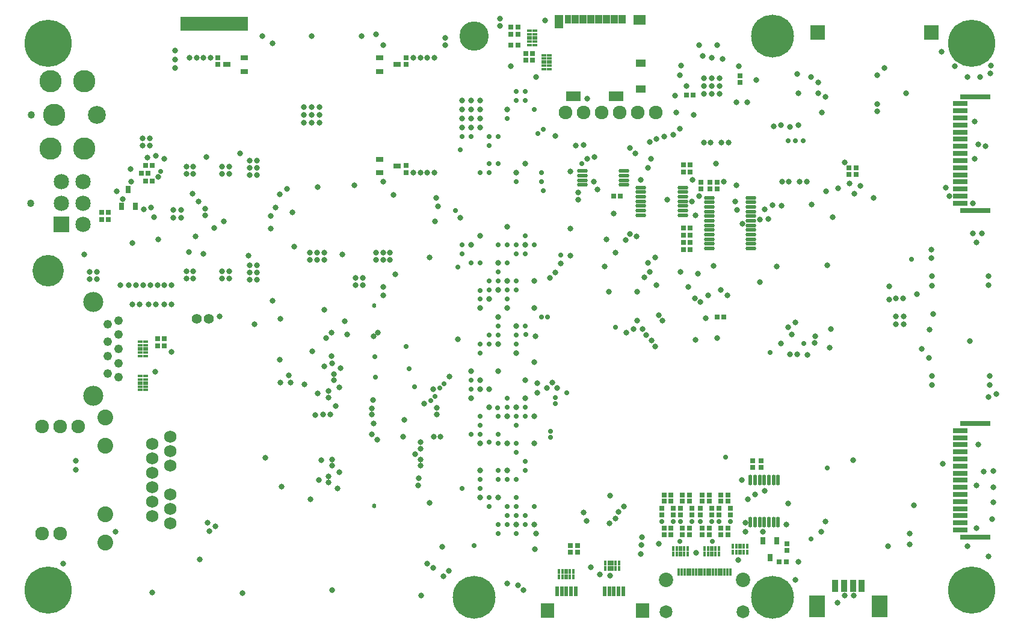
<source format=gbs>
G04 Layer_Color=16711935*
%FSLAX25Y25*%
%MOIN*%
G70*
G01*
G75*
%ADD128R,0.08768X0.12311*%
%ADD129R,0.03650X0.06799*%
%ADD134R,0.03020X0.03020*%
%ADD135R,0.03020X0.03020*%
%ADD136R,0.02862X0.02665*%
%ADD142R,0.02665X0.02862*%
%ADD147O,0.06012X0.02272*%
%ADD160R,0.04437X0.02862*%
%ADD170R,0.02862X0.04437*%
%ADD185C,0.26091*%
%ADD186C,0.23728*%
%ADD187C,0.04043*%
%ADD188C,0.08500*%
%ADD189R,0.08500X0.08500*%
%ADD190C,0.07587*%
%ADD191C,0.08768*%
%ADD192C,0.06799*%
%ADD193C,0.07980*%
%ADD194C,0.07193*%
G04:AMPARAMS|DCode=195|XSize=123.11mil|YSize=123.11mil|CornerRadius=61.55mil|HoleSize=0mil|Usage=FLASHONLY|Rotation=0.000|XOffset=0mil|YOffset=0mil|HoleType=Round|Shape=RoundedRectangle|*
%AMROUNDEDRECTD195*
21,1,0.12311,0.00000,0,0,0.0*
21,1,0.00000,0.12311,0,0,0.0*
1,1,0.12311,0.00000,0.00000*
1,1,0.12311,0.00000,0.00000*
1,1,0.12311,0.00000,0.00000*
1,1,0.12311,0.00000,0.00000*
%
%ADD195ROUNDEDRECTD195*%
%ADD196C,0.09949*%
%ADD197C,0.04831*%
%ADD198C,0.11130*%
%ADD199C,0.02468*%
%ADD200C,0.17429*%
%ADD201C,0.00500*%
%ADD202C,0.03256*%
%ADD203C,0.02862*%
%ADD204C,0.03162*%
%ADD205C,0.05500*%
%ADD206R,0.08374X0.08374*%
%ADD207R,0.07587X0.07980*%
%ADD208R,0.02075X0.05815*%
%ADD209R,0.05224X0.04437*%
%ADD210R,0.07980X0.05815*%
%ADD211R,0.06602X0.05815*%
%ADD212R,0.05106X0.07587*%
%ADD213R,0.03453X0.04831*%
%ADD214R,0.03847X0.04831*%
%ADD215R,0.02665X0.01681*%
%ADD216R,0.02665X0.02075*%
%ADD217R,0.02862X0.04240*%
%ADD218R,0.17035X0.02862*%
%ADD219R,0.08374X0.02862*%
%ADD220O,0.02272X0.06012*%
%ADD221R,0.01681X0.02665*%
%ADD222R,0.02075X0.02665*%
%ADD223R,0.01405X0.04437*%
%ADD224C,0.16248*%
G36*
X-138779Y158465D02*
X-176181D01*
Y166339D01*
X-138779D01*
Y158465D01*
D02*
G37*
D128*
X176476Y-160433D02*
D03*
X211319D02*
D03*
D129*
X201279Y-149016D02*
D03*
X196358D02*
D03*
X191437D02*
D03*
X186516D02*
D03*
D134*
X-188819Y-12000D02*
D03*
X-185197D02*
D03*
X-188811Y-16000D02*
D03*
X-185189D02*
D03*
X104189Y123000D02*
D03*
X107811D02*
D03*
X63976Y66929D02*
D03*
X67598D02*
D03*
X124843Y0D02*
D03*
X121221D02*
D03*
D135*
X112205Y74646D02*
D03*
Y71024D02*
D03*
X127165Y-98583D02*
D03*
Y-102205D02*
D03*
X123228Y-98583D02*
D03*
Y-102205D02*
D03*
X116929Y-98583D02*
D03*
Y-102205D02*
D03*
X112992Y-98583D02*
D03*
Y-102205D02*
D03*
X105905Y-98583D02*
D03*
Y-102205D02*
D03*
X101969Y-98583D02*
D03*
Y-102205D02*
D03*
X95669Y-98583D02*
D03*
Y-102205D02*
D03*
X91732Y-98583D02*
D03*
Y-102205D02*
D03*
X39874Y-130457D02*
D03*
Y-126835D02*
D03*
X44000Y-130457D02*
D03*
Y-126835D02*
D03*
X133858Y133701D02*
D03*
Y130079D02*
D03*
D136*
X194095Y82579D02*
D03*
Y78839D02*
D03*
X-51181Y83760D02*
D03*
Y80020D02*
D03*
X-155512Y139862D02*
D03*
Y143602D02*
D03*
X-51181Y139862D02*
D03*
Y143602D02*
D03*
X102362Y80413D02*
D03*
Y84153D02*
D03*
X106299D02*
D03*
Y80413D02*
D03*
X117126Y74705D02*
D03*
Y70965D02*
D03*
X121063Y74705D02*
D03*
Y70965D02*
D03*
X198031Y82677D02*
D03*
Y78937D02*
D03*
X145669Y-79823D02*
D03*
Y-83563D02*
D03*
X140748Y-79823D02*
D03*
Y-83563D02*
D03*
X122047Y-106004D02*
D03*
Y-109744D02*
D03*
X118110Y-106004D02*
D03*
Y-109744D02*
D03*
X111811Y-106004D02*
D03*
Y-109744D02*
D03*
X128347Y-106004D02*
D03*
Y-109744D02*
D03*
X107087Y-106004D02*
D03*
Y-109744D02*
D03*
X96850Y-106004D02*
D03*
Y-109744D02*
D03*
X100787Y-106004D02*
D03*
Y-109744D02*
D03*
X90551Y-106004D02*
D03*
Y-109744D02*
D03*
X159843Y-125689D02*
D03*
Y-129429D02*
D03*
X112992Y-120768D02*
D03*
Y-117028D02*
D03*
X105905Y-120768D02*
D03*
Y-117028D02*
D03*
X101969Y-120768D02*
D03*
Y-117028D02*
D03*
X95669D02*
D03*
Y-120768D02*
D03*
X91732Y-117028D02*
D03*
Y-120768D02*
D03*
X123228D02*
D03*
Y-117028D02*
D03*
X127165Y-120768D02*
D03*
Y-117028D02*
D03*
X116929Y-120768D02*
D03*
Y-117028D02*
D03*
D142*
X10728Y160433D02*
D03*
X6988D02*
D03*
X10728Y156496D02*
D03*
X6988D02*
D03*
X10728Y150591D02*
D03*
X6988D02*
D03*
X-219870Y58000D02*
D03*
X-216130D02*
D03*
X-219870Y54000D02*
D03*
X-216130D02*
D03*
X-191831Y83858D02*
D03*
X-195571D02*
D03*
X-193996Y79528D02*
D03*
X-197736D02*
D03*
X-195571Y75197D02*
D03*
X-191831D02*
D03*
X106201Y49213D02*
D03*
X102461D02*
D03*
X106201Y45276D02*
D03*
X102461D02*
D03*
X106201Y41339D02*
D03*
X102461D02*
D03*
X106201Y37402D02*
D03*
X102461D02*
D03*
X159350Y-135827D02*
D03*
X155610D02*
D03*
X18799Y146063D02*
D03*
X15059D02*
D03*
X18799Y142126D02*
D03*
X15059D02*
D03*
D147*
X46386Y73161D02*
D03*
Y75721D02*
D03*
Y78280D02*
D03*
Y80839D02*
D03*
X69614Y73161D02*
D03*
Y75721D02*
D03*
Y78280D02*
D03*
Y80839D02*
D03*
X78786Y56323D02*
D03*
Y58882D02*
D03*
Y61441D02*
D03*
Y64000D02*
D03*
Y66559D02*
D03*
Y69118D02*
D03*
Y71677D02*
D03*
X102014Y56323D02*
D03*
Y58882D02*
D03*
Y61441D02*
D03*
Y64000D02*
D03*
Y66559D02*
D03*
Y69118D02*
D03*
Y71677D02*
D03*
X139992Y66075D02*
D03*
Y63516D02*
D03*
Y60957D02*
D03*
Y58398D02*
D03*
Y55839D02*
D03*
Y53280D02*
D03*
Y50721D02*
D03*
Y48161D02*
D03*
Y45602D02*
D03*
Y43043D02*
D03*
Y40484D02*
D03*
Y37925D02*
D03*
X116764Y66075D02*
D03*
Y63516D02*
D03*
Y60957D02*
D03*
Y58398D02*
D03*
Y55839D02*
D03*
Y53280D02*
D03*
Y50721D02*
D03*
Y48161D02*
D03*
Y45602D02*
D03*
Y43043D02*
D03*
Y40484D02*
D03*
Y37925D02*
D03*
D160*
X-56299Y83661D02*
D03*
X-65748Y87402D02*
D03*
Y79921D02*
D03*
X-150394Y139764D02*
D03*
X-140945Y136024D02*
D03*
Y143504D02*
D03*
X-56299Y139764D02*
D03*
X-65748Y143504D02*
D03*
Y136024D02*
D03*
D170*
X146653Y-124016D02*
D03*
X154134D02*
D03*
X150394Y-133465D02*
D03*
D185*
X262205Y151575D02*
D03*
Y-151575D02*
D03*
X-249606Y151575D02*
D03*
Y-151575D02*
D03*
D186*
X-13386Y-155512D02*
D03*
X151969D02*
D03*
Y155512D02*
D03*
D187*
X-259126Y62992D02*
D03*
X-258858Y111811D02*
D03*
D188*
X-230315Y74803D02*
D03*
Y62992D02*
D03*
Y51181D02*
D03*
X-242126Y74803D02*
D03*
Y62992D02*
D03*
D189*
Y51181D02*
D03*
D190*
X-252953Y-120079D02*
D03*
X-242953D02*
D03*
X-252953Y-60879D02*
D03*
X-242953D02*
D03*
X-232953D02*
D03*
X47087Y113189D02*
D03*
X57087D02*
D03*
X67087D02*
D03*
X37087D02*
D03*
X77087D02*
D03*
X87087D02*
D03*
D191*
X-217953Y-109479D02*
D03*
Y-71479D02*
D03*
Y-125079D02*
D03*
Y-55879D02*
D03*
D192*
X-181953Y-66479D02*
D03*
Y-74479D02*
D03*
Y-82479D02*
D03*
Y-98479D02*
D03*
Y-106479D02*
D03*
Y-114479D02*
D03*
X-191953Y-70479D02*
D03*
Y-78479D02*
D03*
Y-86479D02*
D03*
Y-94479D02*
D03*
Y-102479D02*
D03*
Y-110479D02*
D03*
D193*
X135531Y-145669D02*
D03*
X92815D02*
D03*
D194*
X135531Y-163386D02*
D03*
X92815D02*
D03*
D195*
X-229528Y130512D02*
D03*
X-248031D02*
D03*
X-246063Y111811D02*
D03*
X-229528Y93110D02*
D03*
X-248031D02*
D03*
D196*
X-222441Y111811D02*
D03*
D197*
X-210630Y-33465D02*
D03*
Y-25591D02*
D03*
Y-1969D02*
D03*
Y-9843D02*
D03*
Y-17717D02*
D03*
X-216535Y-13780D02*
D03*
Y-21654D02*
D03*
Y-31496D02*
D03*
Y-3937D02*
D03*
D198*
X-224410Y8150D02*
D03*
Y-43583D02*
D03*
D199*
X-68898Y6299D02*
D03*
Y-104724D02*
D03*
D200*
X-249606Y25591D02*
D03*
D201*
X0Y132050D02*
D03*
X12000Y-132050D02*
D03*
D202*
X-63976Y75055D02*
D03*
X183366Y-16929D02*
D03*
X-197146Y99016D02*
D03*
X-193209D02*
D03*
X-197146Y95079D02*
D03*
X-193209D02*
D03*
X-149311Y79331D02*
D03*
X-153248D02*
D03*
X-149311Y83268D02*
D03*
X-153248D02*
D03*
X-172933D02*
D03*
X-168996D02*
D03*
X-172933Y79331D02*
D03*
X-168996D02*
D03*
X-175984Y59252D02*
D03*
Y54921D02*
D03*
X-180315Y59252D02*
D03*
Y54921D02*
D03*
X-168996Y21260D02*
D03*
X-172933D02*
D03*
X-168996Y25197D02*
D03*
X-172933D02*
D03*
X272933Y139370D02*
D03*
X247724Y71457D02*
D03*
X156496Y-14764D02*
D03*
X121063Y150590D02*
D03*
X124016Y142945D02*
D03*
X113189Y144685D02*
D03*
X118110Y143701D02*
D03*
X100394Y133858D02*
D03*
X-10000Y105000D02*
D03*
X113779Y123622D02*
D03*
Y127953D02*
D03*
Y132283D02*
D03*
X118110Y123622D02*
D03*
Y127953D02*
D03*
Y132283D02*
D03*
X122441Y123622D02*
D03*
Y127953D02*
D03*
Y132283D02*
D03*
X-99016Y116142D02*
D03*
Y111811D02*
D03*
Y107480D02*
D03*
X-103347Y116142D02*
D03*
Y111811D02*
D03*
Y107480D02*
D03*
X-107677Y116142D02*
D03*
Y111811D02*
D03*
Y107480D02*
D03*
X-226378Y20965D02*
D03*
Y24902D02*
D03*
X-222441Y20965D02*
D03*
Y24902D02*
D03*
X224606Y197D02*
D03*
Y-4134D02*
D03*
X220276Y197D02*
D03*
Y-4134D02*
D03*
X-153248Y25197D02*
D03*
X-149311D02*
D03*
X-153248Y21260D02*
D03*
X-149311D02*
D03*
X-75295Y21654D02*
D03*
X-79232D02*
D03*
X-75295Y17717D02*
D03*
X-79232D02*
D03*
X-121063Y-23622D02*
D03*
X187992Y-158465D02*
D03*
X196850Y-154527D02*
D03*
X191929Y-154528D02*
D03*
X164370Y-145669D02*
D03*
X166339Y-135827D02*
D03*
X4921Y-147638D02*
D03*
X13780Y-151575D02*
D03*
X10827Y-148622D02*
D03*
X-10000Y45000D02*
D03*
X-116142Y-32480D02*
D03*
X-234252Y-79724D02*
D03*
X-15000Y40000D02*
D03*
X-115157Y-36417D02*
D03*
X-234252Y-84646D02*
D03*
X109449Y-130709D02*
D03*
X-241142Y-136811D02*
D03*
X-161000Y-114000D02*
D03*
X-92520Y-8858D02*
D03*
X-95472Y-11811D02*
D03*
X-86614Y34449D02*
D03*
X-63976Y35433D02*
D03*
X-60039D02*
D03*
X-67913D02*
D03*
X10000Y-115000D02*
D03*
X275984Y-42913D02*
D03*
X-70000Y-54090D02*
D03*
Y-50634D02*
D03*
X-34000Y-50509D02*
D03*
X-92519Y-21654D02*
D03*
X-92000Y-25744D02*
D03*
X-91172Y-31737D02*
D03*
Y-35192D02*
D03*
X-96457Y3937D02*
D03*
X-44291Y-89573D02*
D03*
X-44488Y-93307D02*
D03*
X28450Y21560D02*
D03*
X31496Y24606D02*
D03*
X-21000Y55000D02*
D03*
X-10000Y-70000D02*
D03*
X15000Y-45000D02*
D03*
Y-35000D02*
D03*
X21604Y-36811D02*
D03*
X0Y0D02*
D03*
X5000Y5000D02*
D03*
X266732Y132874D02*
D03*
X259842Y132874D02*
D03*
X252953Y138779D02*
D03*
X265748Y95472D02*
D03*
X250000Y66929D02*
D03*
X262795Y62992D02*
D03*
X239764Y32677D02*
D03*
Y37402D02*
D03*
X234646Y-17717D02*
D03*
X20000Y20000D02*
D03*
X74803Y-6890D02*
D03*
X-30512Y-143701D02*
D03*
X-27559Y-140748D02*
D03*
X88795Y-125879D02*
D03*
X79528Y-121949D02*
D03*
X271654Y-132874D02*
D03*
X132874Y-134843D02*
D03*
X110630Y24016D02*
D03*
X156920Y61584D02*
D03*
X151969Y61811D02*
D03*
X135039Y51575D02*
D03*
X132239Y59360D02*
D03*
X119291Y28346D02*
D03*
X87500Y17500D02*
D03*
X173622Y62205D02*
D03*
X197244Y68110D02*
D03*
X200394Y72441D02*
D03*
X194504Y73867D02*
D03*
X98425Y113189D02*
D03*
X191929Y85630D02*
D03*
X156496Y106299D02*
D03*
X152559Y105629D02*
D03*
X161417Y105315D02*
D03*
X166339Y106288D02*
D03*
X159449Y-115157D02*
D03*
X20079Y-128740D02*
D03*
X20866Y-120079D02*
D03*
X-156693Y-116142D02*
D03*
X-160236Y-118898D02*
D03*
X56299Y-142913D02*
D03*
X61811Y-143307D02*
D03*
X-154331Y394D02*
D03*
X54724Y70472D02*
D03*
X142913Y131102D02*
D03*
X136811Y-113976D02*
D03*
X147638Y-96457D02*
D03*
X136811Y-119095D02*
D03*
X146653Y-119094D02*
D03*
X142224Y-98425D02*
D03*
X138189Y-100984D02*
D03*
X64862Y-111909D02*
D03*
X78740Y-131299D02*
D03*
X79035Y-126476D02*
D03*
X61622Y-114362D02*
D03*
X66535Y-108071D02*
D03*
X69488Y-105217D02*
D03*
X26673Y-39370D02*
D03*
X-10000Y-40000D02*
D03*
X62000Y-99000D02*
D03*
X32480Y-39370D02*
D03*
X29724Y-36319D02*
D03*
X21457Y-42126D02*
D03*
X-5000Y-40000D02*
D03*
X-10000Y-35000D02*
D03*
X-5000Y-50000D02*
D03*
X-27000Y-33000D02*
D03*
X-15000Y-45000D02*
D03*
X-43000Y-78981D02*
D03*
Y-82437D02*
D03*
X-46000Y-76000D02*
D03*
X-100000Y-42520D02*
D03*
X-99606Y-90551D02*
D03*
X-107480Y-37402D02*
D03*
X-10000Y-100000D02*
D03*
X-92000Y-82437D02*
D03*
Y-78981D02*
D03*
X0Y-100000D02*
D03*
X-94000Y-91885D02*
D03*
Y-88429D02*
D03*
X-93000Y-54000D02*
D03*
X-83661Y-9843D02*
D03*
X-57087Y23622D02*
D03*
X-69021Y-10827D02*
D03*
X51181Y-138779D02*
D03*
X47244Y-108268D02*
D03*
X34449Y29528D02*
D03*
X75787Y90551D02*
D03*
X72835Y93504D02*
D03*
X44094Y64961D02*
D03*
X10000Y80000D02*
D03*
X15000Y85000D02*
D03*
X44094Y68898D02*
D03*
X120472Y85039D02*
D03*
X273622Y-112205D02*
D03*
X268898Y-85827D02*
D03*
X274016Y-94488D02*
D03*
Y-102756D02*
D03*
Y-85433D02*
D03*
X175590Y-10630D02*
D03*
X175197Y-14379D02*
D03*
X171260Y-21080D02*
D03*
X165354Y-20669D02*
D03*
X181496Y69685D02*
D03*
X170795Y75039D02*
D03*
X188189Y71260D02*
D03*
X144882Y19291D02*
D03*
X114961Y-787D02*
D03*
X116142Y11811D02*
D03*
X121063Y-11811D02*
D03*
X109252Y-12795D02*
D03*
X166339Y124016D02*
D03*
X-181102Y6890D02*
D03*
X-185039D02*
D03*
X-189961D02*
D03*
X-193898D02*
D03*
X-198819D02*
D03*
X-202756D02*
D03*
X-181102Y17717D02*
D03*
X-185039D02*
D03*
X-188976D02*
D03*
X-192913D02*
D03*
X-196850D02*
D03*
X-200787D02*
D03*
X-204724D02*
D03*
X-209646D02*
D03*
X-179134Y142717D02*
D03*
Y147638D02*
D03*
Y137795D02*
D03*
X-162500Y56299D02*
D03*
X-188500Y43000D02*
D03*
X-196457Y59449D02*
D03*
X-188500Y77500D02*
D03*
X131024Y63976D02*
D03*
X123031Y14764D02*
D03*
X98000Y122500D02*
D03*
X5000Y115000D02*
D03*
X91000Y-2000D02*
D03*
X89000Y1000D02*
D03*
X84942Y-13097D02*
D03*
X82000Y-10000D02*
D03*
X79970Y-6890D02*
D03*
X87000Y-16390D02*
D03*
X70866Y-8858D02*
D03*
X161417Y-20669D02*
D03*
X162402Y-9843D02*
D03*
X160433Y-5906D02*
D03*
X147638Y59449D02*
D03*
X179126Y113240D02*
D03*
X-67913Y31496D02*
D03*
X-63976D02*
D03*
X-60039D02*
D03*
X-69500Y-46000D02*
D03*
X-96457Y-27559D02*
D03*
X-129000Y-78000D02*
D03*
X-120768Y-36319D02*
D03*
X-58000Y67500D02*
D03*
X-34500Y66000D02*
D03*
X-33465Y61311D02*
D03*
X-35000Y53000D02*
D03*
X-15000Y105000D02*
D03*
X-10000Y110000D02*
D03*
Y115000D02*
D03*
Y120000D02*
D03*
X-85000Y-2500D02*
D03*
X-66929Y-8858D02*
D03*
X-70000Y-65000D02*
D03*
X-15000Y-30000D02*
D03*
X-165354Y-134252D02*
D03*
X-120000Y-94000D02*
D03*
X-104000Y-101000D02*
D03*
X-212000Y-119000D02*
D03*
X-38000Y-103000D02*
D03*
X-31000Y-127465D02*
D03*
X-191732Y-152756D02*
D03*
X-141732Y-153150D02*
D03*
X-42913Y-154331D02*
D03*
X-92126Y-151575D02*
D03*
X-5000Y10000D02*
D03*
X-39370Y-136811D02*
D03*
X20000Y-115000D02*
D03*
X-22500Y-12500D02*
D03*
X231890Y12598D02*
D03*
X238583Y-22677D02*
D03*
X216535Y9449D02*
D03*
X220079Y10236D02*
D03*
X224016D02*
D03*
X272047Y-37795D02*
D03*
X216000Y-127000D02*
D03*
X228000Y-126000D02*
D03*
X179000Y-119000D02*
D03*
X228000Y-120000D02*
D03*
X181114Y-113366D02*
D03*
X154331Y27953D02*
D03*
X164370Y-2953D02*
D03*
X216535Y16929D02*
D03*
X263779Y87598D02*
D03*
X214000Y138000D02*
D03*
X226000Y124000D02*
D03*
X210000Y118000D02*
D03*
X209972Y114000D02*
D03*
X132000Y119000D02*
D03*
X113709Y96693D02*
D03*
X15000Y40000D02*
D03*
X117646Y96693D02*
D03*
X138000Y119000D02*
D03*
X123551Y96693D02*
D03*
X84000Y97000D02*
D03*
X87500Y98500D02*
D03*
X100394Y104331D02*
D03*
X10000Y-20000D02*
D03*
Y-5000D02*
D03*
X4921Y19921D02*
D03*
X20000Y5000D02*
D03*
X0Y-15000D02*
D03*
Y15000D02*
D03*
X131890Y72835D02*
D03*
X125000Y74803D02*
D03*
X108793Y10302D02*
D03*
X84646Y87598D02*
D03*
X76772Y-1969D02*
D03*
X126969Y11811D02*
D03*
X105315Y16732D02*
D03*
X149530Y54195D02*
D03*
X145000Y54000D02*
D03*
X20669Y-10827D02*
D03*
X-41000Y-48000D02*
D03*
X-125000Y9000D02*
D03*
X-123574Y60574D02*
D03*
X-133858Y28543D02*
D03*
Y24606D02*
D03*
X-137795D02*
D03*
X-133858Y20669D02*
D03*
X-135000Y-4000D02*
D03*
X-103000Y-19000D02*
D03*
X-113000Y39000D02*
D03*
X-114000Y58000D02*
D03*
X-126000Y49000D02*
D03*
Y56000D02*
D03*
X-152000Y53000D02*
D03*
X-117000Y71000D02*
D03*
X-121000Y68000D02*
D03*
X-137795Y28543D02*
D03*
X-96457Y35433D02*
D03*
X-100394D02*
D03*
Y31496D02*
D03*
X-104331Y35433D02*
D03*
X5000Y-85000D02*
D03*
X-169587Y68110D02*
D03*
X-194488Y88189D02*
D03*
X-229331Y34449D02*
D03*
X-185039Y87598D02*
D03*
X-36013Y-139184D02*
D03*
X-189961Y89370D02*
D03*
X-190945Y55118D02*
D03*
X111771Y8283D02*
D03*
X-192520Y60630D02*
D03*
X-202756Y40945D02*
D03*
X-171653Y35827D02*
D03*
X-103347Y155512D02*
D03*
X-67913Y156496D02*
D03*
X-75787Y155512D02*
D03*
X-130905D02*
D03*
X-63976Y150591D02*
D03*
X-125000Y151575D02*
D03*
X-79724Y72835D02*
D03*
X-100000Y72000D02*
D03*
X-94000Y-44628D02*
D03*
Y-41172D02*
D03*
X-63976Y11811D02*
D03*
Y16732D02*
D03*
X59000Y28000D02*
D03*
X60000Y43000D02*
D03*
X40000Y34000D02*
D03*
Y49000D02*
D03*
X86982Y33018D02*
D03*
X83000Y30000D02*
D03*
X77000Y14000D02*
D03*
X84000Y25000D02*
D03*
X81000Y22000D02*
D03*
X101000Y25000D02*
D03*
X78740Y75787D02*
D03*
X109252Y56102D02*
D03*
X-89000Y-95000D02*
D03*
X-88000Y-86000D02*
D03*
X-90000Y-49500D02*
D03*
X-88000Y-39000D02*
D03*
X-87500Y-28500D02*
D03*
X-36000Y-40000D02*
D03*
X-52000Y-57000D02*
D03*
X20000Y-70000D02*
D03*
X5000Y-55000D02*
D03*
X10000Y-50000D02*
D03*
X-10000Y-85000D02*
D03*
X-47244Y79921D02*
D03*
X-43307D02*
D03*
X-39370D02*
D03*
X108110Y112047D02*
D03*
X104331Y127953D02*
D03*
X-162401Y60040D02*
D03*
X-166142Y63976D02*
D03*
X166858Y75039D02*
D03*
X160953D02*
D03*
X240915Y1742D02*
D03*
X127488Y96693D02*
D03*
X238976Y-7087D02*
D03*
X-96457Y31496D02*
D03*
X-104331D02*
D03*
X-161811Y88583D02*
D03*
X-157480Y49213D02*
D03*
X-167717Y44488D02*
D03*
X-163386Y35039D02*
D03*
X-143307Y90551D02*
D03*
X-138583Y33858D02*
D03*
X-137795Y78740D02*
D03*
Y82677D02*
D03*
Y86614D02*
D03*
X-133858Y78740D02*
D03*
Y82677D02*
D03*
Y86614D02*
D03*
X-137795Y20669D02*
D03*
X-35433Y143701D02*
D03*
X-39370D02*
D03*
X-43307D02*
D03*
X-47244D02*
D03*
X-159449D02*
D03*
X-163386D02*
D03*
X-167323D02*
D03*
X-171260D02*
D03*
X-211417Y69685D02*
D03*
X-208268Y65354D02*
D03*
X-203543Y74803D02*
D03*
X-203921Y81995D02*
D03*
X-10000Y5000D02*
D03*
X20000Y-55000D02*
D03*
Y-25000D02*
D03*
X0Y30000D02*
D03*
Y-30000D02*
D03*
X-20000Y120000D02*
D03*
X-15000D02*
D03*
X-20000Y115000D02*
D03*
X-15000D02*
D03*
X-20000Y110000D02*
D03*
X-15000D02*
D03*
X-20000Y105000D02*
D03*
X-35433Y79921D02*
D03*
X5000Y50000D02*
D03*
X42795Y95000D02*
D03*
X157016Y75039D02*
D03*
X210000Y133768D02*
D03*
X177076Y124016D02*
D03*
X240158Y-32677D02*
D03*
Y-37716D02*
D03*
Y17323D02*
D03*
X272047Y-32677D02*
D03*
X271654Y22559D02*
D03*
X240158Y22441D02*
D03*
X271654Y17717D02*
D03*
X185039Y55118D02*
D03*
X181102Y122047D02*
D03*
X111221Y66929D02*
D03*
X177165Y129921D02*
D03*
X173228Y132874D02*
D03*
X269685Y94488D02*
D03*
X271654Y-44291D02*
D03*
X263779Y108268D02*
D03*
X265748Y-70866D02*
D03*
X264961Y-116929D02*
D03*
X-181000Y-19500D02*
D03*
X-34000Y-54215D02*
D03*
X-98032Y-79528D02*
D03*
X5000Y-70000D02*
D03*
X-35893Y-66361D02*
D03*
X-32187Y-66500D02*
D03*
X-43307Y-73228D02*
D03*
X-43000Y-69522D02*
D03*
X-97000Y-54000D02*
D03*
X-101575Y-54528D02*
D03*
X49000Y-113000D02*
D03*
X182087Y28543D02*
D03*
X184055Y-6890D02*
D03*
X207677Y65945D02*
D03*
X264764Y41339D02*
D03*
X262795Y46260D02*
D03*
X267717D02*
D03*
X261024Y-13386D02*
D03*
X133071Y138976D02*
D03*
X92000Y100000D02*
D03*
X97000Y101000D02*
D03*
X49213Y121063D02*
D03*
X70500Y42500D02*
D03*
X73000Y46000D02*
D03*
X82677Y82677D02*
D03*
X53150Y88583D02*
D03*
X47244Y95256D02*
D03*
X49213Y87598D02*
D03*
X160433Y-103347D02*
D03*
X134843Y-90551D02*
D03*
X93504Y64961D02*
D03*
X111221Y150591D02*
D03*
X31496Y100394D02*
D03*
X39764Y80709D02*
D03*
X53000Y75000D02*
D03*
X63976Y57087D02*
D03*
X107283Y63976D02*
D03*
X76500Y44500D02*
D03*
X-29528Y154528D02*
D03*
Y150591D02*
D03*
X984Y165354D02*
D03*
Y161417D02*
D03*
X6890Y138779D02*
D03*
X107480Y75984D02*
D03*
X259842Y-126969D02*
D03*
X264764Y-93504D02*
D03*
X230315Y-104331D02*
D03*
X-38189Y33071D02*
D03*
X196457Y-79528D02*
D03*
X-67000Y-68000D02*
D03*
X-52756Y-66535D02*
D03*
X-69291Y-59055D02*
D03*
X-120866Y-1181D02*
D03*
X-190157Y-30315D02*
D03*
X25984Y164173D02*
D03*
X101181Y139370D02*
D03*
X165354Y134646D02*
D03*
X246063Y-81496D02*
D03*
X245669Y146850D02*
D03*
X272638Y134843D02*
D03*
X20866Y132972D02*
D03*
D203*
X118504Y-124409D02*
D03*
X64961Y-5906D02*
D03*
X169291Y-14764D02*
D03*
X150591Y-19685D02*
D03*
X10000Y-110000D02*
D03*
X15000Y-115000D02*
D03*
X10000Y15000D02*
D03*
Y20000D02*
D03*
X28732Y-66656D02*
D03*
Y-63344D02*
D03*
X31496Y-44884D02*
D03*
Y-48196D02*
D03*
X5000Y-45000D02*
D03*
X-29998Y-36974D02*
D03*
X5000Y-50000D02*
D03*
X-32340Y-39316D02*
D03*
X-394Y-50394D02*
D03*
X0Y-55000D02*
D03*
X-35079Y-43937D02*
D03*
X-37421Y-46279D02*
D03*
X0Y20000D02*
D03*
Y25000D02*
D03*
X5000Y15000D02*
D03*
Y10000D02*
D03*
X-22Y-119977D02*
D03*
X10000Y-120000D02*
D03*
Y-60000D02*
D03*
Y-55000D02*
D03*
X23778Y0D02*
D03*
X27234D02*
D03*
X-5000Y-69448D02*
D03*
X15000Y-110000D02*
D03*
Y-50000D02*
D03*
Y-55000D02*
D03*
X15110Y-9890D02*
D03*
X15000Y-5000D02*
D03*
X10000Y-15000D02*
D03*
Y-10000D02*
D03*
X228898Y31905D02*
D03*
X125984Y-77756D02*
D03*
X182087Y-83661D02*
D03*
X173228Y-123031D02*
D03*
X-20000Y-95000D02*
D03*
X0Y40000D02*
D03*
X-10000Y30000D02*
D03*
X5000Y110000D02*
D03*
X10000Y75000D02*
D03*
X46063Y85039D02*
D03*
X160433Y97441D02*
D03*
X164370D02*
D03*
X168827Y97638D02*
D03*
X-13386Y-126772D02*
D03*
X100394Y-124409D02*
D03*
X100787Y-113386D02*
D03*
X90551D02*
D03*
X96850D02*
D03*
X107087D02*
D03*
X128347D02*
D03*
X122047D02*
D03*
X-15000Y-40000D02*
D03*
X-10000Y-55000D02*
D03*
Y-65000D02*
D03*
Y-60000D02*
D03*
X-5000Y-105000D02*
D03*
X5000D02*
D03*
Y30000D02*
D03*
X-187008Y80610D02*
D03*
X10000Y120000D02*
D03*
Y-75000D02*
D03*
Y-70000D02*
D03*
X-20000Y35000D02*
D03*
Y40000D02*
D03*
X-23900Y59000D02*
D03*
X-21000Y92500D02*
D03*
X-5000Y100000D02*
D03*
Y95000D02*
D03*
X0Y100000D02*
D03*
X-20000D02*
D03*
X-15000D02*
D03*
X-10000Y80000D02*
D03*
X0Y85000D02*
D03*
X-5000D02*
D03*
Y80000D02*
D03*
X-22500Y27500D02*
D03*
X-15000Y30000D02*
D03*
X-10000Y-20000D02*
D03*
X-10156Y-15000D02*
D03*
X-5000D02*
D03*
X0Y-5000D02*
D03*
X15000Y35000D02*
D03*
Y45000D02*
D03*
X10000Y40000D02*
D03*
X25000Y104000D02*
D03*
X22000Y101516D02*
D03*
X10000Y125000D02*
D03*
X15000Y120000D02*
D03*
X20000Y115000D02*
D03*
X15000Y125000D02*
D03*
X0Y-10000D02*
D03*
X20000Y-105000D02*
D03*
X-5000Y20000D02*
D03*
Y15000D02*
D03*
X-10000Y10000D02*
D03*
Y14672D02*
D03*
X-5000Y-100000D02*
D03*
X-5110Y-10110D02*
D03*
X20000Y40000D02*
D03*
X10000Y35000D02*
D03*
X5000Y40000D02*
D03*
X-10000Y-95000D02*
D03*
X23900Y80000D02*
D03*
Y75000D02*
D03*
X25000Y70000D02*
D03*
X10000Y-100000D02*
D03*
X-10000Y-90000D02*
D03*
X118110Y-113386D02*
D03*
X111811D02*
D03*
X4978Y-114978D02*
D03*
X5000Y-110000D02*
D03*
X0Y-115000D02*
D03*
Y-65000D02*
D03*
Y-70000D02*
D03*
X5000Y-90000D02*
D03*
X10000D02*
D03*
Y-105000D02*
D03*
X15000Y-80000D02*
D03*
Y-85000D02*
D03*
X-15000Y-65000D02*
D03*
Y-35000D02*
D03*
X0Y-85000D02*
D03*
Y-90000D02*
D03*
X-68110Y-33465D02*
D03*
X-68504Y-22047D02*
D03*
X-49606Y-28740D02*
D03*
X-51181Y-16535D02*
D03*
X-46457Y-38583D02*
D03*
X34449Y34350D02*
D03*
X37992Y-42126D02*
D03*
D204*
X64961Y35433D02*
D03*
X61024Y13780D02*
D03*
D205*
X-167323Y-984D02*
D03*
X-160433D02*
D03*
D206*
X177004Y157563D02*
D03*
X239996D02*
D03*
D207*
X79724Y-162598D02*
D03*
X27165D02*
D03*
D208*
X69095Y-152067D02*
D03*
D03*
X66535D02*
D03*
X63976D02*
D03*
X61417D02*
D03*
X58858D02*
D03*
X42717D02*
D03*
D03*
X40157D02*
D03*
X37598D02*
D03*
X35039D02*
D03*
X32480D02*
D03*
D209*
X78878Y126181D02*
D03*
Y140748D02*
D03*
D210*
X65098Y122343D02*
D03*
X41594D02*
D03*
D211*
X78189Y164469D02*
D03*
D212*
X33622Y163583D02*
D03*
D213*
X38386Y164961D02*
D03*
D214*
X42520D02*
D03*
X46850D02*
D03*
X51181D02*
D03*
X55512D02*
D03*
X59842D02*
D03*
X64173D02*
D03*
X68504D02*
D03*
D215*
X17185Y150591D02*
D03*
Y152559D02*
D03*
Y156496D02*
D03*
Y158465D02*
D03*
X20216Y150591D02*
D03*
Y152559D02*
D03*
Y156496D02*
D03*
Y158465D02*
D03*
X25256Y137205D02*
D03*
Y139173D02*
D03*
Y143110D02*
D03*
Y145079D02*
D03*
X28287Y137205D02*
D03*
Y139173D02*
D03*
Y143110D02*
D03*
Y145079D02*
D03*
X-195335Y-32677D02*
D03*
Y-34646D02*
D03*
Y-38583D02*
D03*
Y-40551D02*
D03*
X-198366Y-32677D02*
D03*
Y-34646D02*
D03*
Y-38583D02*
D03*
Y-40551D02*
D03*
Y-21654D02*
D03*
Y-19685D02*
D03*
Y-15748D02*
D03*
Y-13780D02*
D03*
X-195335Y-15748D02*
D03*
Y-13780D02*
D03*
Y-19685D02*
D03*
Y-21654D02*
D03*
D216*
X17185Y154528D02*
D03*
X20216D02*
D03*
X25256Y141142D02*
D03*
X28287D02*
D03*
X-195335Y-36614D02*
D03*
X-198366D02*
D03*
Y-17717D02*
D03*
X-195335D02*
D03*
D217*
X-205000Y70626D02*
D03*
X-208740Y61374D02*
D03*
X-201260D02*
D03*
D218*
X264173Y59055D02*
D03*
Y122047D02*
D03*
Y-122047D02*
D03*
Y-59055D02*
D03*
D219*
X255906Y110236D02*
D03*
Y78740D02*
D03*
Y74803D02*
D03*
Y86614D02*
D03*
Y82677D02*
D03*
Y66929D02*
D03*
Y62992D02*
D03*
Y70866D02*
D03*
Y106299D02*
D03*
Y102362D02*
D03*
Y118110D02*
D03*
Y114173D02*
D03*
Y94488D02*
D03*
Y90551D02*
D03*
Y98425D02*
D03*
Y-82677D02*
D03*
Y-102362D02*
D03*
Y-106299D02*
D03*
Y-94488D02*
D03*
Y-98425D02*
D03*
Y-114173D02*
D03*
Y-118110D02*
D03*
Y-110236D02*
D03*
Y-70866D02*
D03*
Y-74803D02*
D03*
Y-62992D02*
D03*
Y-66929D02*
D03*
Y-86614D02*
D03*
Y-90551D02*
D03*
Y-78740D02*
D03*
D220*
X139567Y-90354D02*
D03*
X142126D02*
D03*
X144685D02*
D03*
X147244D02*
D03*
X149803D02*
D03*
X152362D02*
D03*
X154921D02*
D03*
X139567Y-113583D02*
D03*
X142126D02*
D03*
X144685D02*
D03*
X147244D02*
D03*
X149803D02*
D03*
X152362D02*
D03*
X154921D02*
D03*
D221*
X137795Y-130256D02*
D03*
X135827D02*
D03*
X131890D02*
D03*
X129921D02*
D03*
X137795Y-127224D02*
D03*
X135827D02*
D03*
X131890D02*
D03*
X129921D02*
D03*
X59055Y-136279D02*
D03*
X61024D02*
D03*
X64961D02*
D03*
X66929D02*
D03*
X59055Y-139311D02*
D03*
X61024D02*
D03*
X64961D02*
D03*
X66929D02*
D03*
X33661Y-141201D02*
D03*
X35630D02*
D03*
X33661Y-144232D02*
D03*
X35630D02*
D03*
X39567D02*
D03*
X41535D02*
D03*
Y-141201D02*
D03*
X39567D02*
D03*
X96850Y-128405D02*
D03*
X98819D02*
D03*
X102756D02*
D03*
X104724D02*
D03*
X96850Y-131437D02*
D03*
X98819D02*
D03*
X102756D02*
D03*
X104724D02*
D03*
X122047D02*
D03*
X120079D02*
D03*
X116142D02*
D03*
X122047Y-128405D02*
D03*
X120079D02*
D03*
X116142D02*
D03*
X114173D02*
D03*
Y-131437D02*
D03*
D222*
X133858Y-130256D02*
D03*
Y-127224D02*
D03*
X62992Y-136279D02*
D03*
Y-139311D02*
D03*
X37598Y-141201D02*
D03*
Y-144232D02*
D03*
X100787Y-128405D02*
D03*
Y-131437D02*
D03*
X118110D02*
D03*
Y-128405D02*
D03*
D223*
X100000Y-141535D02*
D03*
X101575D02*
D03*
X103150D02*
D03*
X104724D02*
D03*
X106299D02*
D03*
X107874D02*
D03*
X109449D02*
D03*
X111024D02*
D03*
X112598D02*
D03*
X114173D02*
D03*
X115748D02*
D03*
X117323D02*
D03*
X118898D02*
D03*
X120472D02*
D03*
X122047D02*
D03*
X123622D02*
D03*
X125197D02*
D03*
X126772D02*
D03*
X128347D02*
D03*
D224*
X-13386Y155512D02*
D03*
M02*

</source>
